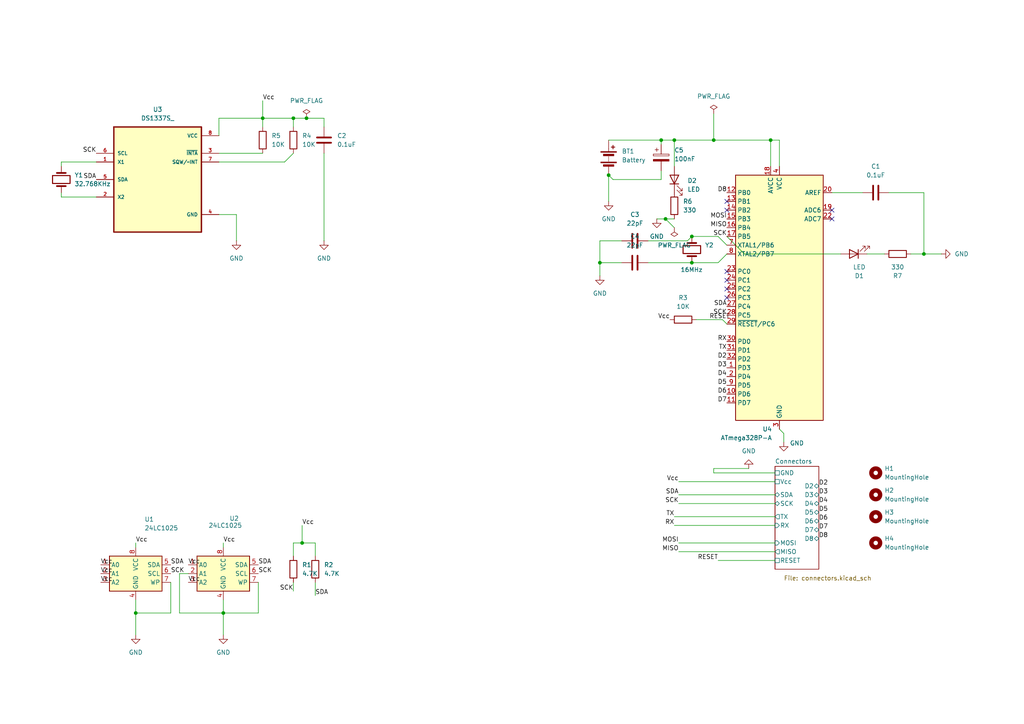
<source format=kicad_sch>
(kicad_sch (version 20250114) (generator "eeschema") (generator_version "9.0")
  (paper "A4")
  (title_block (title "MCU Data Logger") (date "2025-09-13") (rev "0.0.0") (company "Primzel Technologies"))
  (lib_symbols
    (symbol "DS1337S_:DS1337S_" (pin_names (offset 1.016))
      (property "Reference" "U" (at -12.7 16.24 0))
      (property "Value" "DS1337S_" (at -12.7 -19.24 0))
      (symbol "DS1337S__0_0"
        (rectangle (start -12.7 -15.24) (end 12.7 15.24) (stroke (width 0.41)) (fill (type background)))
        (pin input line (at -17.78 7.62 0) (length 5.08) (name "SCL") (number "6"))
        (pin input line (at -17.78 5.08 0) (length 5.08) (name "X1") (number "1"))
        (pin bidirectional line (at -17.78 0 0) (length 5.08) (name "SDA") (number "5"))
        (pin bidirectional line (at -17.78 -5.08 0) (length 5.08) (name "X2") (number "2"))
        (pin power_in line (at 17.78 12.7 180) (length 5.08) (name "VCC") (number "8"))
        (pin output line (at 17.78 7.62 180) (length 5.08) (name "~{INTA}") (number "3"))
        (pin output line (at 17.78 5.08 180) (length 5.08) (name "SQW/~INT") (number "7"))
        (pin power_in line (at 17.78 -10.16 180) (length 5.08) (name "GND") (number "4"))
      )
    )
    (symbol "Device:Battery" (pin_numbers (hide yes)) (pin_names (offset 0) (hide yes))
      (property "Reference" "BT" (at 2.54 2.54 0))
      (property "Value" "Battery" (at 2.54 0 0))
      (symbol "Battery_0_1"
        (rectangle (start -2.286 1.778) (end 2.286 1.524) (fill (type outline)))
        (rectangle (start -2.286 -1.27) (end 2.286 -1.524) (fill (type outline)))
        (rectangle (start -1.524 1.016) (end 1.524 0.508) (fill (type outline)))
        (rectangle (start -1.524 -2.032) (end 1.524 -2.54) (fill (type outline)))
        (polyline (pts (xy 0 1.778) (xy 0 2.54)))
        (polyline (pts (xy 0 0) (xy 0 0.254)))
        (polyline (pts (xy 0 -0.508) (xy 0 -0.254)))
        (polyline (pts (xy 0 -1.016) (xy 0 -0.762)))
        (polyline (pts (xy 0.762 3.048) (xy 1.778 3.048)) (stroke (width 0.254)))
        (polyline (pts (xy 1.27 3.556) (xy 1.27 2.54)) (stroke (width 0.254)))
      )
      (symbol "Battery_1_1"
        (pin passive line (at 0 5.08 270) (length 2.54) (name "+") (number "1"))
        (pin passive line (at 0 -5.08 90) (length 2.54) (name "-") (number "2"))
      )
    )
    (symbol "Device:C" (pin_numbers (hide yes)) (pin_names (offset 0.254))
      (property "Reference" "C" (at 0.635 2.54 0))
      (property "Value" "C" (at 0.635 -2.54 0))
      (symbol "C_0_1"
        (polyline (pts (xy -2.032 0.762) (xy 2.032 0.762)) (stroke (width 0.508)))
        (polyline (pts (xy -2.032 -0.762) (xy 2.032 -0.762)) (stroke (width 0.508)))
      )
      (symbol "C_1_1"
        (pin passive line (at 0 3.81 270) (length 2.794) (name "~") (number "1"))
        (pin passive line (at 0 -3.81 90) (length 2.794) (name "~") (number "2"))
      )
    )
    (symbol "Device:C_Polarized" (pin_numbers (hide yes)) (pin_names (offset 0.254))
      (property "Reference" "C" (at 0.635 2.54 0))
      (property "Value" "C_Polarized" (at 0.635 -2.54 0))
      (symbol "C_Polarized_0_1"
        (rectangle (start -2.286 0.508) (end 2.286 1.016))
        (polyline (pts (xy -1.778 2.286) (xy -0.762 2.286)))
        (polyline (pts (xy -1.27 2.794) (xy -1.27 1.778)))
        (rectangle (start 2.286 -0.508) (end -2.286 -1.016) (fill (type outline)))
      )
      (symbol "C_Polarized_1_1"
        (pin passive line (at 0 3.81 270) (length 2.794) (name "~") (number "1"))
        (pin passive line (at 0 -3.81 90) (length 2.794) (name "~") (number "2"))
      )
    )
    (symbol "Device:Crystal" (pin_numbers (hide yes)) (pin_names (offset 1.016) (hide yes))
      (property "Reference" "Y" (at 0 3.81 0))
      (property "Value" "Crystal" (at 0 -3.81 0))
      (symbol "Crystal_0_1"
        (polyline (pts (xy -2.54 0) (xy -1.905 0)))
        (polyline (pts (xy -1.905 -1.27) (xy -1.905 1.27)) (stroke (width 0.508)))
        (rectangle (start -1.143 2.54) (end 1.143 -2.54) (stroke (width 0.3048)))
        (polyline (pts (xy 1.905 -1.27) (xy 1.905 1.27)) (stroke (width 0.508)))
        (polyline (pts (xy 2.54 0) (xy 1.905 0)))
      )
      (symbol "Crystal_1_1"
        (pin passive line (at -3.81 0 0) (length 1.27) (name "1") (number "1"))
        (pin passive line (at 3.81 0 180) (length 1.27) (name "2") (number "2"))
      )
    )
    (symbol "Device:LED" (pin_numbers (hide yes)) (pin_names (offset 1.016) (hide yes))
      (property "Reference" "D" (at 0 2.54 0))
      (property "Value" "LED" (at 0 -2.54 0))
      (symbol "LED_0_1"
        (polyline (pts (xy -3.048 -0.762) (xy -4.572 -2.286) (xy -3.81 -2.286) (xy -4.572 -2.286) (xy -4.572 -1.524)))
        (polyline (pts (xy -1.778 -0.762) (xy -3.302 -2.286) (xy -2.54 -2.286) (xy -3.302 -2.286) (xy -3.302 -1.524)))
        (polyline (pts (xy -1.27 0) (xy 1.27 0)))
        (polyline (pts (xy -1.27 -1.27) (xy -1.27 1.27)) (stroke (width 0.254)))
        (polyline (pts (xy 1.27 -1.27) (xy 1.27 1.27) (xy -1.27 0) (xy 1.27 -1.27)) (stroke (width 0.254)))
      )
      (symbol "LED_1_1"
        (pin passive line (at -3.81 0 0) (length 2.54) (name "K") (number "1"))
        (pin passive line (at 3.81 0 180) (length 2.54) (name "A") (number "2"))
      )
    )
    (symbol "Device:R" (pin_numbers (hide yes)) (pin_names (offset 0))
      (property "Reference" "R" (at 2.032 0 90))
      (property "Value" "R" (at 0 0 90))
      (symbol "R_0_1"
        (rectangle (start -1.016 -2.54) (end 1.016 2.54) (stroke (width 0.254)))
      )
      (symbol "R_1_1"
        (pin passive line (at 0 3.81 270) (length 1.27) (name "~") (number "1"))
        (pin passive line (at 0 -3.81 90) (length 1.27) (name "~") (number "2"))
      )
    )
    (symbol "MCU_Microchip_ATmega:ATmega328P-A"
      (property "Reference" "U" (at -12.7 36.83 0))
      (property "Value" "ATmega328P-A" (at 2.54 -36.83 0))
      (symbol "ATmega328P-A_0_1"
        (rectangle (start -12.7 -35.56) (end 12.7 35.56) (stroke (width 0.254)) (fill (type background)))
      )
      (symbol "ATmega328P-A_1_1"
        (pin passive line (at -15.24 30.48 0) (length 2.54) (name "AREF") (number "20"))
        (pin input line (at -15.24 25.4 0) (length 2.54) (name "ADC6") (number "19"))
        (pin input line (at -15.24 22.86 0) (length 2.54) (name "ADC7") (number "22"))
        (pin power_in line (at 0 38.1 270) (length 2.54) (name "VCC") (number "4"))
        (pin passive line (at 0 38.1 270) (length 2.54) (hide yes) (name "VCC") (number "6"))
        (pin passive line (at 0 -38.1 90) (length 2.54) (hide yes) (name "GND") (number "21"))
        (pin power_in line (at 0 -38.1 90) (length 2.54) (name "GND") (number "3"))
        (pin passive line (at 0 -38.1 90) (length 2.54) (hide yes) (name "GND") (number "5"))
        (pin power_in line (at 2.54 38.1 270) (length 2.54) (name "AVCC") (number "18"))
        (pin bidirectional line (at 15.24 30.48 180) (length 2.54) (name "PB0") (number "12"))
        (pin bidirectional line (at 15.24 27.94 180) (length 2.54) (name "PB1") (number "13"))
        (pin bidirectional line (at 15.24 25.4 180) (length 2.54) (name "PB2") (number "14"))
        (pin bidirectional line (at 15.24 22.86 180) (length 2.54) (name "PB3") (number "15"))
        (pin bidirectional line (at 15.24 20.32 180) (length 2.54) (name "PB4") (number "16"))
        (pin bidirectional line (at 15.24 17.78 180) (length 2.54) (name "PB5") (number "17"))
        (pin bidirectional line (at 15.24 15.24 180) (length 2.54) (name "XTAL1/PB6") (number "7"))
        (pin bidirectional line (at 15.24 12.7 180) (length 2.54) (name "XTAL2/PB7") (number "8"))
        (pin bidirectional line (at 15.24 7.62 180) (length 2.54) (name "PC0") (number "23"))
        (pin bidirectional line (at 15.24 5.08 180) (length 2.54) (name "PC1") (number "24"))
        (pin bidirectional line (at 15.24 2.54 180) (length 2.54) (name "PC2") (number "25"))
        (pin bidirectional line (at 15.24 0 180) (length 2.54) (name "PC3") (number "26"))
        (pin bidirectional line (at 15.24 -2.54 180) (length 2.54) (name "PC4") (number "27"))
        (pin bidirectional line (at 15.24 -5.08 180) (length 2.54) (name "PC5") (number "28"))
        (pin bidirectional line (at 15.24 -7.62 180) (length 2.54) (name "~{RESET}/PC6") (number "29"))
        (pin bidirectional line (at 15.24 -12.7 180) (length 2.54) (name "PD0") (number "30"))
        (pin bidirectional line (at 15.24 -15.24 180) (length 2.54) (name "PD1") (number "31"))
        (pin bidirectional line (at 15.24 -17.78 180) (length 2.54) (name "PD2") (number "32"))
        (pin bidirectional line (at 15.24 -20.32 180) (length 2.54) (name "PD3") (number "1"))
        (pin bidirectional line (at 15.24 -22.86 180) (length 2.54) (name "PD4") (number "2"))
        (pin bidirectional line (at 15.24 -25.4 180) (length 2.54) (name "PD5") (number "9"))
        (pin bidirectional line (at 15.24 -27.94 180) (length 2.54) (name "PD6") (number "10"))
        (pin bidirectional line (at 15.24 -30.48 180) (length 2.54) (name "PD7") (number "11"))
      )
    )
    (symbol "Mechanical:MountingHole" (pin_names (offset 1.016)) (in_bom no)
      (property "Reference" "H" (at 0 5.08 0))
      (property "Value" "MountingHole" (at 0 3.175 0))
      (symbol "MountingHole_0_1"
        (circle (center 0 0) (radius 1.27) (stroke (width 1.27)))
      )
    )
    (symbol "Memory_EEPROM:24LC1025"
      (property "Reference" "U" (at -6.35 6.35 0))
      (property "Value" "24LC1025" (at 1.27 6.35 0))
      (symbol "24LC1025_1_1"
        (rectangle (start -7.62 5.08) (end 7.62 -5.08) (stroke (width 0.254)) (fill (type background)))
        (pin input line (at -10.16 2.54 0) (length 2.54) (name "A0") (number "1"))
        (pin input line (at -10.16 0 0) (length 2.54) (name "A1") (number "2"))
        (pin input line (at -10.16 -2.54 0) (length 2.54) (name "A2") (number "3"))
        (pin power_in line (at 0 7.62 270) (length 2.54) (name "VCC") (number "8"))
        (pin power_in line (at 0 -7.62 90) (length 2.54) (name "GND") (number "4"))
        (pin bidirectional line (at 10.16 2.54 180) (length 2.54) (name "SDA") (number "5"))
        (pin input line (at 10.16 0 180) (length 2.54) (name "SCL") (number "6"))
        (pin input line (at 10.16 -2.54 180) (length 2.54) (name "WP") (number "7"))
      )
    )
    (symbol "power:GND" (power) (pin_numbers (hide yes)) (pin_names (offset 0) (hide yes))
      (property "Value" "GND" (at 0 -3.81 0))
      (symbol "GND_0_1"
        (polyline (pts (xy 0 0) (xy 0 -1.27) (xy 1.27 -1.27) (xy 0 -2.54) (xy -1.27 -1.27) (xy 0 -1.27)))
      )
      (symbol "GND_1_1"
        (pin power_in line (at 0 0 270) (length 0) (name "~") (number "1"))
      )
    )
    (symbol "power:PWR_FLAG" (power) (pin_numbers (hide yes)) (pin_names (offset 0) (hide yes))
      (property "Value" "PWR_FLAG" (at 0 3.81 0))
      (symbol "PWR_FLAG_0_0"
        (pin power_out line (at 0 0 90) (length 0) (name "~") (number "1"))
      )
      (symbol "PWR_FLAG_0_1"
        (polyline (pts (xy 0 0) (xy 0 1.27) (xy -1.016 1.905) (xy 0 2.54) (xy 1.016 1.905) (xy 0 1.27)))
      )
    )
  )
  (junction (at 223.52 40.64))
  (junction (at 200.66 68.58))
  (junction (at 39.37 177.8))
  (junction (at 76.2 34.29))
  (junction (at 173.99 76.2))
  (junction (at 87.63 157.48))
  (junction (at 88.9 34.29))
  (junction (at 85.09 34.29))
  (junction (at 207.01 40.64))
  (junction (at 176.53 50.8))
  (junction (at 200.66 76.2))
  (junction (at 267.97 73.66))
  (junction (at 193.04 63.5))
  (junction (at 195.58 40.64))
  (junction (at 64.77 177.8))
  (junction (at 191.77 40.64))
  (no_connect (at 210.82 81.28))
  (no_connect (at 241.3 63.5))
  (no_connect (at 210.82 86.36))
  (no_connect (at 210.82 78.74))
  (no_connect (at 210.82 83.82))
  (no_connect (at 210.82 60.96))
  (no_connect (at 241.3 60.96))
  (no_connect (at 210.82 58.42))
  (wire (pts (xy 207.01 135.89) (xy 217.17 135.89)))
  (wire (pts (xy 195.58 40.64) (xy 207.01 40.64)))
  (wire (pts (xy 191.77 40.64) (xy 191.77 41.91)))
  (wire (pts (xy 176.53 40.64) (xy 191.77 40.64)))
  (wire (pts (xy 63.5 46.99) (xy 82.55 46.99)))
  (wire (pts (xy 173.99 76.2) (xy 180.34 76.2)))
  (wire (pts (xy 173.99 69.85) (xy 173.99 76.2)))
  (wire (pts (xy 52.07 166.37) (xy 52.07 177.8)))
  (wire (pts (xy 195.58 149.86) (xy 224.79 149.86)))
  (wire (pts (xy 191.77 40.64) (xy 195.58 40.64)))
  (wire (pts (xy 215.9 73.66) (xy 210.82 68.58)))
  (wire (pts (xy 17.78 57.15) (xy 27.94 57.15)))
  (wire (pts (xy 173.99 69.85) (xy 180.34 69.85)))
  (wire (pts (xy 257.81 55.88) (xy 267.97 55.88)))
  (wire (pts (xy 208.28 162.56) (xy 224.79 162.56)))
  (wire (pts (xy 196.85 160.02) (xy 224.79 160.02)))
  (wire (pts (xy 93.98 34.29) (xy 93.98 36.83)))
  (wire (pts (xy 88.9 34.29) (xy 93.98 34.29)))
  (wire (pts (xy 39.37 173.99) (xy 39.37 177.8)))
  (wire (pts (xy 190.5 63.5) (xy 193.04 63.5)))
  (wire (pts (xy 209.55 92.71) (xy 210.82 93.98)))
  (wire (pts (xy 63.5 34.29) (xy 63.5 39.37)))
  (wire (pts (xy 52.07 177.8) (xy 64.77 177.8)))
  (wire (pts (xy 176.53 50.8) (xy 176.53 58.42)))
  (wire (pts (xy 200.66 76.2) (xy 208.28 76.2)))
  (wire (pts (xy 85.09 157.48) (xy 87.63 157.48)))
  (wire (pts (xy 87.63 157.48) (xy 91.44 157.48)))
  (wire (pts (xy 85.09 157.48) (xy 85.09 161.29)))
  (wire (pts (xy 195.58 152.4) (xy 224.79 152.4)))
  (wire (pts (xy 223.52 40.64) (xy 223.52 48.26)))
  (wire (pts (xy 196.85 143.51) (xy 224.79 143.51)))
  (wire (pts (xy 63.5 34.29) (xy 76.2 34.29)))
  (wire (pts (xy 63.5 62.23) (xy 68.58 62.23)))
  (wire (pts (xy 68.58 62.23) (xy 68.58 69.85)))
  (wire (pts (xy 201.93 92.71) (xy 209.55 92.71)))
  (wire (pts (xy 196.85 139.7) (xy 224.79 139.7)))
  (wire (pts (xy 91.44 157.48) (xy 91.44 161.29)))
  (wire (pts (xy 191.77 49.53) (xy 191.77 52.07)))
  (wire (pts (xy 207.01 135.89) (xy 207.01 137.16)))
  (wire (pts (xy 64.77 177.8) (xy 74.93 177.8)))
  (wire (pts (xy 200.66 68.58) (xy 208.28 68.58)))
  (wire (pts (xy 226.06 40.64) (xy 226.06 48.26)))
  (wire (pts (xy 76.2 34.29) (xy 76.2 36.83)))
  (wire (pts (xy 207.01 137.16) (xy 224.79 137.16)))
  (wire (pts (xy 17.78 55.88) (xy 17.78 57.15)))
  (wire (pts (xy 87.63 152.4) (xy 87.63 157.48)))
  (wire (pts (xy 256.54 73.66) (xy 251.46 73.66)))
  (wire (pts (xy 52.07 166.37) (xy 54.61 166.37)))
  (wire (pts (xy 49.53 168.91) (xy 49.53 177.8)))
  (wire (pts (xy 93.98 44.45) (xy 93.98 69.85)))
  (wire (pts (xy 267.97 55.88) (xy 267.97 73.66)))
  (wire (pts (xy 191.77 52.07) (xy 177.8 52.07)))
  (wire (pts (xy 85.09 34.29) (xy 88.9 34.29)))
  (wire (pts (xy 241.3 55.88) (xy 250.19 55.88)))
  (wire (pts (xy 17.78 46.99) (xy 17.78 48.26)))
  (wire (pts (xy 82.55 46.99) (xy 85.09 44.45)))
  (wire (pts (xy 208.28 68.58) (xy 210.82 71.12)))
  (wire (pts (xy 243.84 73.66) (xy 215.9 73.66)))
  (wire (pts (xy 207.01 40.64) (xy 223.52 40.64)))
  (wire (pts (xy 187.96 76.2) (xy 200.66 76.2)))
  (wire (pts (xy 85.09 34.29) (xy 85.09 36.83)))
  (wire (pts (xy 173.99 76.2) (xy 173.99 80.01)))
  (wire (pts (xy 39.37 177.8) (xy 49.53 177.8)))
  (wire (pts (xy 227.33 128.27) (xy 227.33 125.73)))
  (wire (pts (xy 187.96 69.85) (xy 199.39 69.85)))
  (wire (pts (xy 85.09 171.45) (xy 85.09 168.91)))
  (wire (pts (xy 74.93 168.91) (xy 74.93 177.8)))
  (wire (pts (xy 195.58 40.64) (xy 195.58 48.26)))
  (wire (pts (xy 177.8 52.07) (xy 176.53 50.8)))
  (wire (pts (xy 64.77 177.8) (xy 64.77 184.15)))
  (wire (pts (xy 227.33 125.73) (xy 226.06 124.46)))
  (wire (pts (xy 91.44 172.72) (xy 91.44 168.91)))
  (wire (pts (xy 267.97 73.66) (xy 264.16 73.66)))
  (wire (pts (xy 17.78 46.99) (xy 27.94 46.99)))
  (wire (pts (xy 63.5 44.45) (xy 76.2 44.45)))
  (wire (pts (xy 76.2 29.21) (xy 76.2 34.29)))
  (wire (pts (xy 199.39 69.85) (xy 200.66 68.58)))
  (wire (pts (xy 207.01 33.02) (xy 207.01 40.64)))
  (wire (pts (xy 39.37 177.8) (xy 39.37 184.15)))
  (wire (pts (xy 196.85 146.05) (xy 224.79 146.05)))
  (wire (pts (xy 39.37 157.48) (xy 39.37 158.75)))
  (wire (pts (xy 195.58 66.04) (xy 193.04 63.5)))
  (wire (pts (xy 267.97 73.66) (xy 273.05 73.66)))
  (wire (pts (xy 223.52 40.64) (xy 226.06 40.64)))
  (wire (pts (xy 64.77 157.48) (xy 64.77 158.75)))
  (wire (pts (xy 193.04 63.5) (xy 195.58 63.5)))
  (wire (pts (xy 196.85 157.48) (xy 224.79 157.48)))
  (wire (pts (xy 64.77 173.99) (xy 64.77 177.8)))
  (wire (pts (xy 76.2 34.29) (xy 85.09 34.29)))
  (wire (pts (xy 208.28 76.2) (xy 210.82 73.66)))
  (label "Vcc" (at 54.61 163.83 0))
  (label "Vcc" (at 29.21 168.91 0))
  (label "TX" (at 210.82 101.6 180))
  (label "SCK" (at 196.85 146.05 180))
  (label "D5" (at 210.82 111.76 180))
  (label "D6" (at 237.49 151.13 0))
  (label "Vcc" (at 76.2 29.21 0))
  (label "SDA" (at 74.93 163.83 0))
  (label "RX" (at 195.58 152.4 180))
  (label "TX" (at 195.58 149.86 180))
  (label "SDA" (at 49.53 163.83 0))
  (label "Vcc" (at 54.61 168.91 0))
  (label "SDA" (at 27.94 52.07 180))
  (label "SCK" (at 210.82 91.44 180))
  (label "D2" (at 210.82 104.14 180))
  (label "Vcc" (at 194.31 92.71 180))
  (label "SCK" (at 85.09 171.45 180))
  (label "D7" (at 210.82 116.84 180))
  (label "SCK" (at 210.82 68.58 180))
  (label "D4" (at 237.49 146.05 0))
  (label "D3" (at 210.82 106.68 180))
  (label "MOSI" (at 196.85 157.48 180))
  (label "D5" (at 237.49 148.59 0))
  (label "SDA" (at 210.82 88.9 180))
  (label "MOSI" (at 210.82 63.5 180))
  (label "RESET" (at 205.74 92.71 0))
  (label "D6" (at 210.82 114.3 180))
  (label "SDA" (at 196.85 143.51 180))
  (label "D8" (at 237.49 156.21 0))
  (label "MISO" (at 210.82 66.04 180))
  (label "RX" (at 210.82 99.06 180))
  (label "MISO" (at 196.85 160.02 180))
  (label "Vcc" (at 196.85 139.7 180))
  (label "SCK" (at 49.53 166.37 0))
  (label "RESET" (at 208.28 162.56 180))
  (label "D2" (at 237.49 140.97 0))
  (label "Vcc" (at 87.63 152.4 0))
  (label "Vcc" (at 39.37 157.48 0))
  (label "SCK" (at 74.93 166.37 0))
  (label "D3" (at 237.49 143.51 0))
  (label "Vcc" (at 64.77 157.48 0))
  (label "SCK" (at 27.94 44.45 180))
  (label "Vcc" (at 29.21 163.83 0))
  (label "SDA" (at 91.44 172.72 0))
  (label "Vcc" (at 29.21 166.37 0))
  (label "D7" (at 237.49 153.67 0))
  (label "D8" (at 210.82 55.88 180))
  (label "D4" (at 210.82 109.22 180))
  (symbol (lib_id "Mechanical:MountingHole") (at 254 157.48 0) (unit 1) (in_bom no)
    (property "Reference" "H4" (at 256.54 156.2099 0) (effects (justify left)))
    (property "Value" "MountingHole" (at 256.54 158.7499 0) (effects (justify left)))
    (property "Footprint" "MountingHole:MountingHole_2.1mm" (effects (hide yes)))
    (property "Description" "Mounting Hole without connection" (effects (hide yes)))
  )
  (symbol (lib_id "Memory_EEPROM:24LC1025") (at 64.77 166.37 0) (unit 1)
    (property "Reference" "U2" (at 66.548 150.368 0) (effects (justify left)))
    (property "Value" "24LC1025" (at 60.452 152.4 0) (effects (justify left)))
    (property "Footprint" "Package_SO:SOIC-8_5.3x5.3mm_P1.27mm" (effects (hide yes)))
    (property "Datasheet" "http://ww1.microchip.com/downloads/en/DeviceDoc/21941B.pdf" (effects (hide yes)))
    (property "Description" "I2C Serial EEPROM, 1024Kb, DIP-8/SOIC-8/TSSOP-8/DFN-8" (effects (hide yes)))
  )
  (symbol (lib_id "Device:Battery") (at 176.53 45.72 0) (unit 1)
    (property "Reference" "BT1" (at 180.34 43.8784 0) (effects (justify left)))
    (property "Value" "Battery" (at 180.34 46.4184 0) (effects (justify left)))
    (property "Footprint" "Connector_PinHeader_2.54mm:PinHeader_1x02_P2.54mm_Vertical" (effects (hide yes)))
    (property "Description" "Multiple-cell battery" (effects (hide yes)))
  )
  (symbol (lib_id "MCU_Microchip_ATmega:ATmega328P-A") (at 226.06 86.36 0) (mirror y) (unit 1)
    (property "Reference" "U4" (at 223.9167 124.46 0) (effects (justify left)))
    (property "Value" "ATmega328P-A" (at 223.9167 127 0) (effects (justify left)))
    (property "Footprint" "Package_QFP:LQFP-32_7x7mm_P0.8mm" (effects (hide yes)))
    (property "Datasheet" "http://ww1.microchip.com/downloads/en/DeviceDoc/ATmega328_P%20AVR%20MCU%20with%20picoPower%20Technology%20Data%20Sheet%2040001984A.pdf" (effects (hide yes)))
    (property "Description" "20MHz, 32kB Flash, 2kB SRAM, 1kB EEPROM, TQFP-32" (effects (hide yes)))
  )
  (symbol (lib_id "Mechanical:MountingHole") (at 254 143.51 0) (unit 1) (in_bom no)
    (property "Reference" "H2" (at 256.54 142.2399 0) (effects (justify left)))
    (property "Value" "MountingHole" (at 256.54 144.7799 0) (effects (justify left)))
    (property "Footprint" "MountingHole:MountingHole_2.1mm" (effects (hide yes)))
    (property "Description" "Mounting Hole without connection" (effects (hide yes)))
  )
  (symbol (lib_id "Device:LED") (at 195.58 52.07 90) (unit 1)
    (property "Reference" "D2" (at 199.39 52.3874 90) (effects (justify right)))
    (property "Value" "LED" (at 199.39 54.9274 90) (effects (justify right)))
    (property "Footprint" "LED_SMD:LED_0805_2012Metric" (effects (hide yes)))
    (property "Description" "Light emitting diode" (effects (hide yes)))
    (property "Sim.Pins" "1=K 2=A" (effects (hide yes)))
  )
  (symbol (lib_id "Device:R") (at 198.12 92.71 90) (unit 1)
    (property "Reference" "R3" (at 198.12 86.36 90))
    (property "Value" "10K" (at 198.12 88.9 90))
    (property "Footprint" "Resistor_SMD:R_0805_2012Metric" (effects (hide yes)))
    (property "Description" "Resistor" (effects (hide yes)))
  )
  (symbol (lib_id "power:GND") (at 173.99 80.01 0) (unit 1)
    (property "Reference" "#PWR08" (effects (hide yes)))
    (property "Value" "GND" (at 173.99 85.09 0))
    (property "Description" "Power symbol creates a global label with name \"GND\" , ground" (effects (hide yes)))
  )
  (symbol (lib_id "power:GND") (at 68.58 69.85 0) (unit 1)
    (property "Reference" "#PWR01" (effects (hide yes)))
    (property "Value" "GND" (at 68.58 74.93 0))
    (property "Description" "Power symbol creates a global label with name \"GND\" , ground" (effects (hide yes)))
  )
  (symbol (lib_id "Device:C") (at 184.15 76.2 90) (unit 1)
    (property "Reference" "C4" (at 184.15 68.58 90))
    (property "Value" "22pF" (at 184.15 71.12 90))
    (property "Footprint" "Capacitor_SMD:C_0805_2012Metric" (effects (hide yes)))
    (property "Description" "Unpolarized capacitor" (effects (hide yes)))
  )
  (symbol (lib_id "Device:R") (at 91.44 165.1 0) (unit 1)
    (property "Reference" "R2" (at 93.98 163.8299 0) (effects (justify left)))
    (property "Value" "4.7K" (at 93.98 166.3699 0) (effects (justify left)))
    (property "Footprint" "Resistor_SMD:R_0805_2012Metric" (effects (hide yes)))
    (property "Description" "Resistor" (effects (hide yes)))
  )
  (symbol (lib_id "Memory_EEPROM:24LC1025") (at 39.37 166.37 0) (unit 1)
    (property "Reference" "U1" (at 41.91 150.622 0) (effects (justify left)))
    (property "Value" "24LC1025" (at 41.91 153.162 0) (effects (justify left)))
    (property "Footprint" "Package_SO:SOIC-8_5.3x5.3mm_P1.27mm" (effects (hide yes)))
    (property "Datasheet" "http://ww1.microchip.com/downloads/en/DeviceDoc/21941B.pdf" (effects (hide yes)))
    (property "Description" "I2C Serial EEPROM, 1024Kb, DIP-8/SOIC-8/TSSOP-8/DFN-8" (effects (hide yes)))
  )
  (symbol (lib_id "Device:Crystal") (at 200.66 72.39 90) (unit 1)
    (property "Reference" "Y2" (at 204.47 71.1199 90) (effects (justify right)))
    (property "Value" "16MHz" (at 197.358 78.232 90) (effects (justify right)))
    (property "Footprint" "Crystal:Crystal_SMD_5032-2Pin_5.0x3.2mm" (effects (hide yes)))
    (property "Description" "Two pin crystal" (effects (hide yes)))
  )
  (symbol (lib_id "Device:R") (at 85.09 40.64 0) (unit 1)
    (property "Reference" "R4" (at 87.63 39.3699 0) (effects (justify left)))
    (property "Value" "10K" (at 87.63 41.9099 0) (effects (justify left)))
    (property "Footprint" "Resistor_SMD:R_0805_2012Metric" (effects (hide yes)))
    (property "Description" "Resistor" (effects (hide yes)))
  )
  (symbol (lib_id "Device:C_Polarized") (at 191.77 45.72 0) (unit 1)
    (property "Reference" "C5" (at 195.58 43.5609 0) (effects (justify left)))
    (property "Value" "100nF" (at 195.58 46.1009 0) (effects (justify left)))
    (property "Footprint" "Capacitor_SMD:C_0805_2012Metric" (effects (hide yes)))
    (property "Description" "Polarized capacitor" (effects (hide yes)))
  )
  (symbol (lib_id "Device:LED") (at 247.65 73.66 180) (unit 1)
    (property "Reference" "D1" (at 249.2375 80.01 0))
    (property "Value" "LED" (at 249.2375 77.47 0))
    (property "Footprint" "LED_SMD:LED_0805_2012Metric" (effects (hide yes)))
    (property "Description" "Light emitting diode" (effects (hide yes)))
    (property "Sim.Pins" "1=K 2=A" (effects (hide yes)))
  )
  (symbol (lib_id "Device:Crystal") (at 17.78 52.07 90) (unit 1)
    (property "Reference" "Y1" (at 21.59 50.7999 90) (effects (justify right)))
    (property "Value" "32.768KHz" (at 21.59 53.3399 90) (effects (justify right)))
    (property "Footprint" "Crystal:Crystal_SMD_5032-2Pin_5.0x3.2mm" (effects (hide yes)))
    (property "Description" "Two pin crystal" (effects (hide yes)))
  )
  (symbol (lib_id "Device:C") (at 254 55.88 90) (unit 1)
    (property "Reference" "C1" (at 254 48.26 90))
    (property "Value" "0.1uF" (at 254 50.8 90))
    (property "Footprint" "Capacitor_SMD:C_0805_2012Metric" (effects (hide yes)))
    (property "Description" "Unpolarized capacitor" (effects (hide yes)))
  )
  (symbol (lib_id "power:GND") (at 93.98 69.85 0) (unit 1)
    (property "Reference" "#PWR02" (effects (hide yes)))
    (property "Value" "GND" (at 93.98 74.93 0))
    (property "Description" "Power symbol creates a global label with name \"GND\" , ground" (effects (hide yes)))
  )
  (symbol (lib_id "power:GND") (at 273.05 73.66 90) (unit 1)
    (property "Reference" "#PWR09" (effects (hide yes)))
    (property "Value" "GND" (at 276.86 73.6601 90) (effects (justify right)))
    (property "Description" "Power symbol creates a global label with name \"GND\" , ground" (effects (hide yes)))
  )
  (symbol (lib_id "Device:R") (at 260.35 73.66 270) (unit 1)
    (property "Reference" "R7" (at 260.35 80.01 90))
    (property "Value" "330" (at 260.35 77.47 90))
    (property "Footprint" "Resistor_SMD:R_0805_2012Metric" (effects (hide yes)))
    (property "Description" "Resistor" (effects (hide yes)))
  )
  (symbol (lib_id "power:GND") (at 39.37 184.15 0) (unit 1)
    (property "Reference" "#PWR03" (effects (hide yes)))
    (property "Value" "GND" (at 39.37 189.23 0))
    (property "Description" "Power symbol creates a global label with name \"GND\" , ground" (effects (hide yes)))
  )
  (symbol (lib_id "Device:R") (at 195.58 59.69 180) (unit 1)
    (property "Reference" "R6" (at 198.12 58.4199 0) (effects (justify right)))
    (property "Value" "330" (at 198.12 60.9599 0) (effects (justify right)))
    (property "Footprint" "Resistor_SMD:R_0805_2012Metric" (effects (hide yes)))
    (property "Description" "Resistor" (effects (hide yes)))
  )
  (symbol (lib_id "Mechanical:MountingHole") (at 254 149.86 0) (unit 1) (in_bom no)
    (property "Reference" "H3" (at 256.54 148.5899 0) (effects (justify left)))
    (property "Value" "MountingHole" (at 256.54 151.1299 0) (effects (justify left)))
    (property "Footprint" "MountingHole:MountingHole_2.1mm" (effects (hide yes)))
    (property "Description" "Mounting Hole without connection" (effects (hide yes)))
  )
  (symbol (lib_id "DS1337S_:DS1337S_") (at 45.72 52.07 0) (unit 1)
    (property "Reference" "U3" (at 45.72 31.75 0))
    (property "Value" "DS1337S_" (at 45.72 34.29 0))
    (property "Footprint" "DS1337S:SOIC127P600X175-8N" (effects (hide yes)))
    (property "MF" "Analog Devices" (effects (hide yes)))
    (property "Description_1" "Real Time Clock (RTC) IC Clock/Calendar - I²C, 2-Wire Serial 8-SOIC (0.154, 3.90mm Width)" (effects (hide yes)))
    (property "Package" "SOIC-8 Maxim" (effects (hide yes)))
    (property "Price" "None" (effects (hide yes)))
    (property "SnapEDA_Link" "https://www.snapeda.com/parts/DS1337S/Analog+Devices/view-part/?ref=snap" (effects (hide yes)))
    (property "MP" "DS1337S" (effects (hide yes)))
    (property "Availability" "In Stock" (effects (hide yes)))
    (property "Check_prices" "https://www.snapeda.com/parts/DS1337S/Analog+Devices/view-part/?ref=eda" (effects (hide yes)))
  )
  (symbol (lib_id "Mechanical:MountingHole") (at 254 137.16 0) (unit 1) (in_bom no)
    (property "Reference" "H1" (at 256.54 135.8899 0) (effects (justify left)))
    (property "Value" "MountingHole" (at 256.54 138.4299 0) (effects (justify left)))
    (property "Footprint" "MountingHole:MountingHole_2.1mm" (effects (hide yes)))
    (property "Description" "Mounting Hole without connection" (effects (hide yes)))
  )
  (symbol (lib_id "power:GND") (at 64.77 184.15 0) (unit 1)
    (property "Reference" "#PWR04" (effects (hide yes)))
    (property "Value" "GND" (at 64.77 189.23 0))
    (property "Description" "Power symbol creates a global label with name \"GND\" , ground" (effects (hide yes)))
  )
  (symbol (lib_id "power:PWR_FLAG") (at 195.58 66.04 180) (unit 1)
    (property "Reference" "#FLG02" (effects (hide yes)))
    (property "Value" "PWR_FLAG" (at 195.58 71.12 0))
    (property "Description" "Special symbol for telling ERC where power comes from" (effects (hide yes)))
  )
  (symbol (lib_id "power:PWR_FLAG") (at 207.01 33.02 0) (unit 1)
    (property "Reference" "#FLG01" (effects (hide yes)))
    (property "Value" "PWR_FLAG" (at 207.01 27.94 0))
    (property "Description" "Special symbol for telling ERC where power comes from" (effects (hide yes)))
  )
  (symbol (lib_id "Device:C") (at 184.15 69.85 270) (unit 1)
    (property "Reference" "C3" (at 184.15 62.23 90))
    (property "Value" "22pF" (at 184.15 64.77 90))
    (property "Footprint" "Capacitor_SMD:C_0805_2012Metric" (effects (hide yes)))
    (property "Description" "Unpolarized capacitor" (effects (hide yes)))
  )
  (symbol (lib_id "power:GND") (at 227.33 128.27 0) (unit 1)
    (property "Reference" "#PWR05" (effects (hide yes)))
    (property "Value" "GND" (at 231.14 128.524 0))
    (property "Description" "Power symbol creates a global label with name \"GND\" , ground" (effects (hide yes)))
  )
  (symbol (lib_id "Device:C") (at 93.98 40.64 0) (unit 1)
    (property "Reference" "C2" (at 97.79 39.3699 0) (effects (justify left)))
    (property "Value" "0.1uF" (at 97.79 41.9099 0) (effects (justify left)))
    (property "Footprint" "Capacitor_SMD:C_0805_2012Metric" (effects (hide yes)))
    (property "Description" "Unpolarized capacitor" (effects (hide yes)))
  )
  (symbol (lib_id "power:GND") (at 176.53 58.42 0) (unit 1)
    (property "Reference" "#PWR06" (effects (hide yes)))
    (property "Value" "GND" (at 176.53 63.5 0))
    (property "Description" "Power symbol creates a global label with name \"GND\" , ground" (effects (hide yes)))
  )
  (symbol (lib_id "power:GND") (at 217.17 135.89 180) (unit 1)
    (property "Reference" "#PWR010" (effects (hide yes)))
    (property "Value" "GND" (at 217.17 130.81 0))
    (property "Description" "Power symbol creates a global label with name \"GND\" , ground" (effects (hide yes)))
  )
  (symbol (lib_id "power:GND") (at 190.5 63.5 0) (unit 1)
    (property "Reference" "#PWR07" (effects (hide yes)))
    (property "Value" "GND" (at 190.5 68.58 0))
    (property "Description" "Power symbol creates a global label with name \"GND\" , ground" (effects (hide yes)))
  )
  (symbol (lib_id "Device:R") (at 85.09 165.1 0) (unit 1)
    (property "Reference" "R1" (at 87.63 163.8299 0) (effects (justify left)))
    (property "Value" "4.7K" (at 87.63 166.3699 0) (effects (justify left)))
    (property "Footprint" "Resistor_SMD:R_0805_2012Metric" (effects (hide yes)))
    (property "Description" "Resistor" (effects (hide yes)))
  )
  (symbol (lib_id "power:PWR_FLAG") (at 88.9 34.29 0) (unit 1)
    (property "Reference" "#FLG03" (effects (hide yes)))
    (property "Value" "PWR_FLAG" (at 88.9 29.21 0))
    (property "Description" "Special symbol for telling ERC where power comes from" (effects (hide yes)))
  )
  (symbol (lib_id "Device:R") (at 76.2 40.64 0) (unit 1)
    (property "Reference" "R5" (at 78.74 39.3699 0) (effects (justify left)))
    (property "Value" "10K" (at 78.74 41.9099 0) (effects (justify left)))
    (property "Footprint" "Resistor_SMD:R_0805_2012Metric" (effects (hide yes)))
    (property "Description" "Resistor" (effects (hide yes)))
  )
  (sheet (at 224.79 135.255) (size 12.7 29.845) (stroke (width 0.1524))
    (property "Sheetname" "Connectors" (at 224.79 134.5434 0) (effects (justify left bottom)))
    (property "Sheetfile" "connectors.kicad_sch" (at 227.33 166.9546 0) (effects (justify left top)))
    (pin "TX" output (at 224.79 149.86 180))
    (pin "RX" input (at 224.79 152.4 180))
    (pin "D3" bidirectional (at 237.49 143.51 0))
    (pin "D4" bidirectional (at 237.49 146.05 0))
    (pin "D5" bidirectional (at 237.49 148.59 0))
    (pin "GND" passive (at 224.79 137.16 180))
    (pin "D6" bidirectional (at 237.49 151.13 0))
    (pin "Vcc" passive (at 224.79 139.7 180))
    (pin "SCK" bidirectional (at 224.79 146.05 180))
    (pin "D8" bidirectional (at 237.49 156.21 0))
    (pin "MOSI" input (at 224.79 157.48 180))
    (pin "SDA" bidirectional (at 224.79 143.51 180))
    (pin "MISO" output (at 224.79 160.02 180))
    (pin "D2" bidirectional (at 237.49 140.97 0))
    (pin "RESET" passive (at 224.79 162.56 180))
    (pin "D7" bidirectional (at 237.49 153.67 0))
  )
)
</source>
